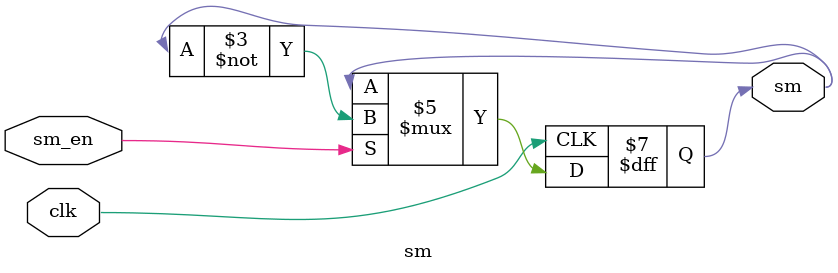
<source format=v>
module sm(clk,sm_en,sm);
input clk,sm_en;
output sm;
reg sm;
always@(negedge clk)
	if(sm_en==1)
	sm<=~sm;
	else
	sm<=sm;
endmodule
</source>
